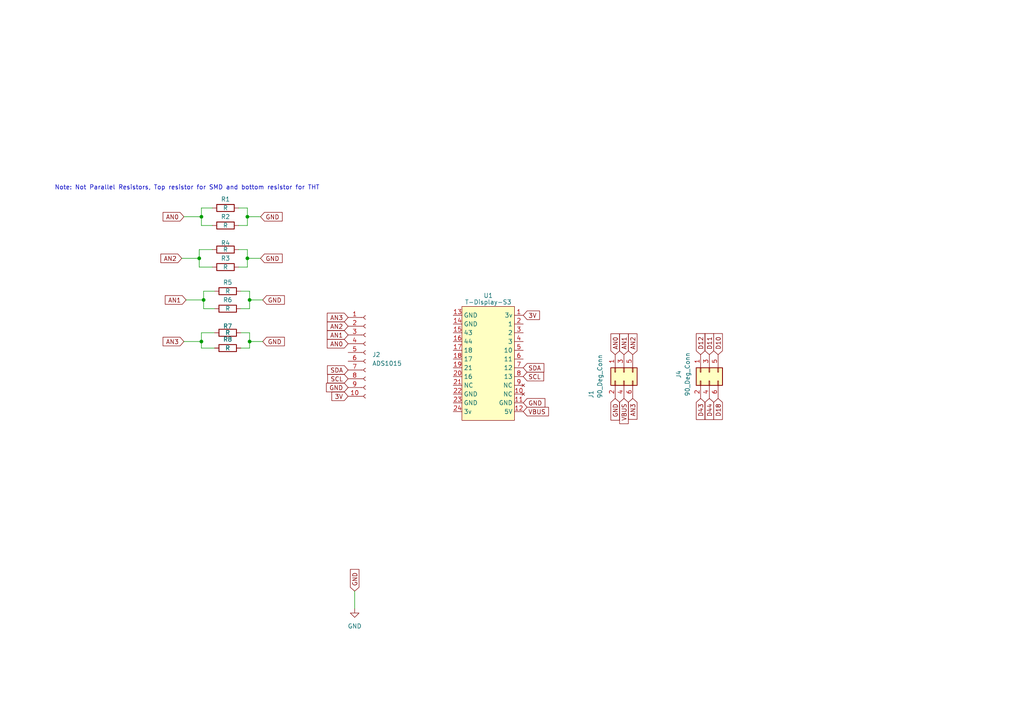
<source format=kicad_sch>
(kicad_sch (version 20230121) (generator eeschema)
  (paper "A4")
  (title_block (title "Top_Board") (date "2023-11-27") (rev "0"))
  (lib_symbols
    (symbol "Connector:Conn_01x10_Socket" (pin_names (offset 1.016) hide)
      (property "Reference" "J" (at 0 12.7 0))
      (property "Value" "Conn_01x10_Socket" (at 0 -15.24 0))
      (symbol "Conn_01x10_Socket_1_1"
        (arc (start 0 -12.192) (mid -0.5058 -12.7) (end 0 -13.208) (stroke (width 0.1524)))
        (arc (start 0 -9.652) (mid -0.5058 -10.16) (end 0 -10.668) (stroke (width 0.1524)))
        (arc (start 0 -7.112) (mid -0.5058 -7.62) (end 0 -8.128) (stroke (width 0.1524)))
        (arc (start 0 -4.572) (mid -0.5058 -5.08) (end 0 -5.588) (stroke (width 0.1524)))
        (arc (start 0 -2.032) (mid -0.5058 -2.54) (end 0 -3.048) (stroke (width 0.1524)))
        (polyline (pts (xy -1.27 -12.7) (xy -0.508 -12.7)) (stroke (width 0.1524)))
        (polyline (pts (xy -1.27 -10.16) (xy -0.508 -10.16)) (stroke (width 0.1524)))
        (polyline (pts (xy -1.27 -7.62) (xy -0.508 -7.62)) (stroke (width 0.1524)))
        (polyline (pts (xy -1.27 -5.08) (xy -0.508 -5.08)) (stroke (width 0.1524)))
        (polyline (pts (xy -1.27 -2.54) (xy -0.508 -2.54)) (stroke (width 0.1524)))
        (polyline (pts (xy -1.27 0) (xy -0.508 0)) (stroke (width 0.1524)))
        (polyline (pts (xy -1.27 2.54) (xy -0.508 2.54)) (stroke (width 0.1524)))
        (polyline (pts (xy -1.27 5.08) (xy -0.508 5.08)) (stroke (width 0.1524)))
        (polyline (pts (xy -1.27 7.62) (xy -0.508 7.62)) (stroke (width 0.1524)))
        (polyline (pts (xy -1.27 10.16) (xy -0.508 10.16)) (stroke (width 0.1524)))
        (arc (start 0 0.508) (mid -0.5058 0) (end 0 -0.508) (stroke (width 0.1524)))
        (arc (start 0 3.048) (mid -0.5058 2.54) (end 0 2.032) (stroke (width 0.1524)))
        (arc (start 0 5.588) (mid -0.5058 5.08) (end 0 4.572) (stroke (width 0.1524)))
        (arc (start 0 8.128) (mid -0.5058 7.62) (end 0 7.112) (stroke (width 0.1524)))
        (arc (start 0 10.668) (mid -0.5058 10.16) (end 0 9.652) (stroke (width 0.1524)))
        (pin passive line (at -5.08 10.16 0) (length 3.81) (name "Pin_1") (number "1"))
        (pin passive line (at -5.08 -12.7 0) (length 3.81) (name "Pin_10") (number "10"))
        (pin passive line (at -5.08 7.62 0) (length 3.81) (name "Pin_2") (number "2"))
        (pin passive line (at -5.08 5.08 0) (length 3.81) (name "Pin_3") (number "3"))
        (pin passive line (at -5.08 2.54 0) (length 3.81) (name "Pin_4") (number "4"))
        (pin passive line (at -5.08 0 0) (length 3.81) (name "Pin_5") (number "5"))
        (pin passive line (at -5.08 -2.54 0) (length 3.81) (name "Pin_6") (number "6"))
        (pin passive line (at -5.08 -5.08 0) (length 3.81) (name "Pin_7") (number "7"))
        (pin passive line (at -5.08 -7.62 0) (length 3.81) (name "Pin_8") (number "8"))
        (pin passive line (at -5.08 -10.16 0) (length 3.81) (name "Pin_9") (number "9"))
      )
    )
    (symbol "Connector_Generic:Conn_02x03_Odd_Even" (pin_names (offset 1.016) hide)
      (property "Reference" "J" (at 1.27 5.08 0))
      (property "Value" "Conn_02x03_Odd_Even" (at 1.27 -5.08 0))
      (symbol "Conn_02x03_Odd_Even_1_1"
        (rectangle (start -1.27 -2.413) (end 0 -2.667) (stroke (width 0.1524)))
        (rectangle (start -1.27 0.127) (end 0 -0.127) (stroke (width 0.1524)))
        (rectangle (start -1.27 2.667) (end 0 2.413) (stroke (width 0.1524)))
        (rectangle (start -1.27 3.81) (end 3.81 -3.81) (stroke (width 0.254)) (fill (type background)))
        (rectangle (start 3.81 -2.413) (end 2.54 -2.667) (stroke (width 0.1524)))
        (rectangle (start 3.81 0.127) (end 2.54 -0.127) (stroke (width 0.1524)))
        (rectangle (start 3.81 2.667) (end 2.54 2.413) (stroke (width 0.1524)))
        (pin passive line (at -5.08 2.54 0) (length 3.81) (name "Pin_1") (number "1"))
        (pin passive line (at 7.62 2.54 180) (length 3.81) (name "Pin_2") (number "2"))
        (pin passive line (at -5.08 0 0) (length 3.81) (name "Pin_3") (number "3"))
        (pin passive line (at 7.62 0 180) (length 3.81) (name "Pin_4") (number "4"))
        (pin passive line (at -5.08 -2.54 0) (length 3.81) (name "Pin_5") (number "5"))
        (pin passive line (at 7.62 -2.54 180) (length 3.81) (name "Pin_6") (number "6"))
      )
    )
    (symbol "Device:R" (pin_numbers hide) (pin_names (offset 0))
      (property "Reference" "R" (at 2.032 0 90))
      (property "Value" "R" (at 0 0 90))
      (symbol "R_0_1"
        (rectangle (start -1.016 -2.54) (end 1.016 2.54) (stroke (width 0.254)))
      )
      (symbol "R_1_1"
        (pin passive line (at 0 3.81 270) (length 1.27) (name "~") (number "1"))
        (pin passive line (at 0 -3.81 90) (length 1.27) (name "~") (number "2"))
      )
    )
    (symbol "Voltage_Sensor_Timer:T-Display-S3"
      (property "Reference" "U" (at -16.51 -2.54 0))
      (property "Value" "T-Display-S3" (at -11.43 -5.08 0))
      (symbol "T-Display-S3_0_1"
        (rectangle (start -15.24 33.02) (end 0 0) (fill (type background)))
      )
      (symbol "T-Display-S3_1_1"
        (pin power_in line (at 2.54 30.48 180) (length 2.54) (name "3v") (number "1"))
        (pin no_connect line (at 2.54 7.62 180) (length 2.54) (name "NC") (number "10"))
        (pin power_in line (at 2.54 5.08 180) (length 2.54) (name "GND") (number "11"))
        (pin power_in line (at 2.54 2.54 180) (length 2.54) (name "5V") (number "12"))
        (pin power_in line (at -17.78 30.48 0) (length 2.54) (name "GND") (number "13"))
        (pin power_in line (at -17.78 27.94 0) (length 2.54) (name "GND") (number "14"))
        (pin bidirectional line (at -17.78 25.4 0) (length 2.54) (name "43") (number "15"))
        (pin bidirectional line (at -17.78 22.86 0) (length 2.54) (name "44") (number "16"))
        (pin bidirectional line (at -17.78 20.32 0) (length 2.54) (name "18") (number "17"))
        (pin bidirectional line (at -17.78 17.78 0) (length 2.54) (name "17") (number "18"))
        (pin bidirectional line (at -17.78 15.24 0) (length 2.54) (name "21") (number "19"))
        (pin bidirectional line (at 2.54 27.94 180) (length 2.54) (name "1") (number "2"))
        (pin bidirectional line (at -17.78 12.7 0) (length 2.54) (name "16") (number "20"))
        (pin bidirectional line (at -17.78 10.16 0) (length 2.54) (name "NC") (number "21"))
        (pin power_in line (at -17.78 7.62 0) (length 2.54) (name "GND") (number "22"))
        (pin power_in line (at -17.78 5.08 0) (length 2.54) (name "GND") (number "23"))
        (pin power_in line (at -17.78 2.54 0) (length 2.54) (name "3v") (number "24"))
        (pin bidirectional line (at 2.54 25.4 180) (length 2.54) (name "2") (number "3"))
        (pin bidirectional line (at 2.54 22.86 180) (length 2.54) (name "3") (number "4"))
        (pin bidirectional line (at 2.54 20.32 180) (length 2.54) (name "10") (number "5"))
        (pin bidirectional line (at 2.54 17.78 180) (length 2.54) (name "11") (number "6"))
        (pin bidirectional line (at 2.54 15.24 180) (length 2.54) (name "12") (number "7"))
        (pin bidirectional line (at 2.54 12.7 180) (length 2.54) (name "13") (number "8"))
        (pin no_connect line (at 2.54 10.16 180) (length 2.54) (name "NC") (number "9"))
      )
    )
    (symbol "power:GND" (power) (pin_names (offset 0))
      (property "Value" "GND" (at 0 -3.81 0))
      (symbol "GND_0_1"
        (polyline (pts (xy 0 0) (xy 0 -1.27) (xy 1.27 -1.27) (xy 0 -2.54) (xy -1.27 -1.27) (xy 0 -1.27)))
      )
      (symbol "GND_1_1"
        (pin power_in line (at 0 0 270) (length 0) hide (name "GND") (number "1"))
      )
    )
  )
  (junction (at 59.055 86.995))
  (junction (at 71.755 62.865))
  (junction (at 72.39 86.995))
  (junction (at 58.42 99.06))
  (junction (at 57.785 74.93))
  (junction (at 58.42 62.865))
  (junction (at 71.755 74.93))
  (junction (at 72.39 99.06))
  (wire (pts (xy 58.42 62.865) (xy 58.42 65.405)))
  (wire (pts (xy 102.87 171.45) (xy 102.87 176.53)))
  (wire (pts (xy 58.42 60.325) (xy 58.42 62.865)))
  (wire (pts (xy 57.785 74.93) (xy 57.785 72.39)))
  (wire (pts (xy 59.055 84.455) (xy 59.055 86.995)))
  (wire (pts (xy 72.39 96.52) (xy 72.39 99.06)))
  (wire (pts (xy 71.755 72.39) (xy 71.755 74.93)))
  (wire (pts (xy 69.85 89.535) (xy 72.39 89.535)))
  (wire (pts (xy 72.39 86.995) (xy 72.39 89.535)))
  (wire (pts (xy 61.595 77.47) (xy 57.785 77.47)))
  (wire (pts (xy 76.2 99.06) (xy 72.39 99.06)))
  (wire (pts (xy 71.755 74.93) (xy 71.755 77.47)))
  (wire (pts (xy 69.215 72.39) (xy 71.755 72.39)))
  (wire (pts (xy 58.42 99.06) (xy 58.42 96.52)))
  (wire (pts (xy 69.215 65.405) (xy 71.755 65.405)))
  (wire (pts (xy 58.42 96.52) (xy 62.23 96.52)))
  (wire (pts (xy 57.785 74.93) (xy 57.785 77.47)))
  (wire (pts (xy 72.39 99.06) (xy 72.39 100.965)))
  (wire (pts (xy 62.23 84.455) (xy 59.055 84.455)))
  (wire (pts (xy 53.34 62.865) (xy 58.42 62.865)))
  (wire (pts (xy 69.85 100.965) (xy 72.39 100.965)))
  (wire (pts (xy 52.705 74.93) (xy 57.785 74.93)))
  (wire (pts (xy 58.42 65.405) (xy 61.595 65.405)))
  (wire (pts (xy 75.565 74.93) (xy 71.755 74.93)))
  (wire (pts (xy 62.23 100.965) (xy 58.42 100.965)))
  (wire (pts (xy 61.595 60.325) (xy 58.42 60.325)))
  (wire (pts (xy 59.055 86.995) (xy 59.055 89.535)))
  (wire (pts (xy 59.055 89.535) (xy 62.23 89.535)))
  (wire (pts (xy 57.785 72.39) (xy 61.595 72.39)))
  (wire (pts (xy 53.975 86.995) (xy 59.055 86.995)))
  (wire (pts (xy 69.215 60.325) (xy 71.755 60.325)))
  (wire (pts (xy 71.755 62.865) (xy 75.565 62.865)))
  (wire (pts (xy 69.85 96.52) (xy 72.39 96.52)))
  (wire (pts (xy 72.39 84.455) (xy 72.39 86.995)))
  (wire (pts (xy 71.755 60.325) (xy 71.755 62.865)))
  (wire (pts (xy 69.215 77.47) (xy 71.755 77.47)))
  (wire (pts (xy 72.39 86.995) (xy 76.2 86.995)))
  (wire (pts (xy 58.42 99.06) (xy 58.42 100.965)))
  (wire (pts (xy 71.755 62.865) (xy 71.755 65.405)))
  (wire (pts (xy 53.34 99.06) (xy 58.42 99.06)))
  (wire (pts (xy 69.85 84.455) (xy 72.39 84.455)))
  (text "Note: Not Parallel Resistors, Top resistor for SMD and bottom resistor for THT" (at 92.71 55.245 0) (effects (font (size 1.27 1.27)) (justify right bottom)))
  (global_label "AN3" (shape input) (at 53.34 99.06 180) (property "Intersheetrefs" "${INTERSHEET_REFS}" (effects hide)))
  (global_label "GND" (shape input) (at 75.565 74.93 0) (property "Intersheetrefs" "${INTERSHEET_REFS}" (effects hide)))
  (global_label "AN0" (shape input) (at 100.965 99.695 180) (property "Intersheetrefs" "${INTERSHEET_REFS}" (effects hide)))
  (global_label "3V" (shape input) (at 100.965 114.935 180) (property "Intersheetrefs" "${INTERSHEET_REFS}" (effects hide)))
  (global_label "AN1" (shape input) (at 180.975 102.87 90) (property "Intersheetrefs" "${INTERSHEET_REFS}" (effects hide)))
  (global_label "3V" (shape input) (at 151.765 91.44 0) (property "Intersheetrefs" "${INTERSHEET_REFS}" (effects hide)))
  (global_label "D18" (shape input) (at 208.28 115.57 270) (property "Intersheetrefs" "${INTERSHEET_REFS}" (effects hide)))
  (global_label "SCL" (shape input) (at 151.765 109.22 0) (property "Intersheetrefs" "${INTERSHEET_REFS}" (effects hide)))
  (global_label "SDA" (shape input) (at 100.965 107.315 180) (property "Intersheetrefs" "${INTERSHEET_REFS}" (effects hide)))
  (global_label "AN3" (shape input) (at 183.515 115.57 270) (property "Intersheetrefs" "${INTERSHEET_REFS}" (effects hide)))
  (global_label "GND" (shape input) (at 100.965 112.395 180) (property "Intersheetrefs" "${INTERSHEET_REFS}" (effects hide)))
  (global_label "GND" (shape input) (at 76.2 86.995 0) (property "Intersheetrefs" "${INTERSHEET_REFS}" (effects hide)))
  (global_label "AN2" (shape input) (at 100.965 94.615 180) (property "Intersheetrefs" "${INTERSHEET_REFS}" (effects hide)))
  (global_label "AN1" (shape input) (at 53.975 86.995 180) (property "Intersheetrefs" "${INTERSHEET_REFS}" (effects hide)))
  (global_label "SCL" (shape input) (at 100.965 109.855 180) (property "Intersheetrefs" "${INTERSHEET_REFS}" (effects hide)))
  (global_label "GND" (shape input) (at 75.565 62.865 0) (property "Intersheetrefs" "${INTERSHEET_REFS}" (effects hide)))
  (global_label "D10" (shape input) (at 208.28 102.87 90) (property "Intersheetrefs" "${INTERSHEET_REFS}" (effects hide)))
  (global_label "SDA" (shape input) (at 151.765 106.68 0) (property "Intersheetrefs" "${INTERSHEET_REFS}" (effects hide)))
  (global_label "VBUS" (shape input) (at 151.765 119.38 0) (property "Intersheetrefs" "${INTERSHEET_REFS}" (effects hide)))
  (global_label "D43" (shape input) (at 203.2 115.57 270) (property "Intersheetrefs" "${INTERSHEET_REFS}" (effects hide)))
  (global_label "AN2" (shape input) (at 183.515 102.87 90) (property "Intersheetrefs" "${INTERSHEET_REFS}" (effects hide)))
  (global_label "AN0" (shape input) (at 53.34 62.865 180) (property "Intersheetrefs" "${INTERSHEET_REFS}" (effects hide)))
  (global_label "D12" (shape input) (at 203.2 102.87 90) (property "Intersheetrefs" "${INTERSHEET_REFS}" (effects hide)))
  (global_label "AN1" (shape input) (at 100.965 97.155 180) (property "Intersheetrefs" "${INTERSHEET_REFS}" (effects hide)))
  (global_label "GND" (shape input) (at 102.87 171.45 90) (property "Intersheetrefs" "${INTERSHEET_REFS}" (effects hide)))
  (global_label "VBUS" (shape input) (at 180.975 115.57 270) (property "Intersheetrefs" "${INTERSHEET_REFS}" (effects hide)))
  (global_label "GND" (shape input) (at 76.2 99.06 0) (property "Intersheetrefs" "${INTERSHEET_REFS}" (effects hide)))
  (global_label "AN0" (shape input) (at 178.435 102.87 90) (property "Intersheetrefs" "${INTERSHEET_REFS}" (effects hide)))
  (global_label "GND" (shape input) (at 178.435 115.57 270) (property "Intersheetrefs" "${INTERSHEET_REFS}" (effects hide)))
  (global_label "D44" (shape input) (at 205.74 115.57 270) (property "Intersheetrefs" "${INTERSHEET_REFS}" (effects hide)))
  (global_label "GND" (shape input) (at 151.765 116.84 0) (property "Intersheetrefs" "${INTERSHEET_REFS}" (effects hide)))
  (global_label "AN2" (shape input) (at 52.705 74.93 180) (property "Intersheetrefs" "${INTERSHEET_REFS}" (effects hide)))
  (global_label "D11" (shape input) (at 205.74 102.87 90) (property "Intersheetrefs" "${INTERSHEET_REFS}" (effects hide)))
  (global_label "AN3" (shape input) (at 100.965 92.075 180) (property "Intersheetrefs" "${INTERSHEET_REFS}" (effects hide)))
  (symbol (lib_id "Device:R") (at 65.405 72.39 90) (unit 1)
    (property "Reference" "R4" (at 65.405 70.485 90))
    (property "Value" "R" (at 65.405 72.39 90))
    (property "Footprint" "Resistor_SMD:R_0805_2012Metric" (effects hide))
  )
  (symbol (lib_id "Voltage_Sensor_Timer:T-Display-S3") (at 149.225 121.92 0) (unit 1)
    (property "Reference" "U1" (at 141.605 85.725 0))
    (property "Value" "T-Display-S3" (at 141.605 87.63 0))
    (property "Footprint" "Voltage_Sensor_Timer:T-Display-S3" (effects hide))
  )
  (symbol (lib_id "Device:R") (at 66.04 89.535 90) (unit 1)
    (property "Reference" "R6" (at 66.04 86.995 90))
    (property "Value" "R" (at 66.04 89.535 90))
    (property "Footprint" "Resistor_THT:R_Axial_DIN0411_L9.9mm_D3.6mm_P12.70mm_Horizontal" (effects hide))
  )
  (symbol (lib_id "Device:R") (at 66.04 100.965 90) (unit 1)
    (property "Reference" "R8" (at 66.04 98.425 90))
    (property "Value" "R" (at 66.04 100.965 90))
    (property "Footprint" "Resistor_THT:R_Axial_DIN0411_L9.9mm_D3.6mm_P12.70mm_Horizontal" (effects hide))
  )
  (symbol (lib_id "Device:R") (at 65.405 65.405 90) (unit 1)
    (property "Reference" "R2" (at 65.405 62.865 90))
    (property "Value" "R" (at 65.405 65.405 90))
    (property "Footprint" "Resistor_THT:R_Axial_DIN0411_L9.9mm_D3.6mm_P12.70mm_Horizontal" (effects hide))
  )
  (symbol (lib_id "Device:R") (at 66.04 96.52 90) (unit 1)
    (property "Reference" "R7" (at 66.04 94.615 90))
    (property "Value" "R" (at 66.04 96.52 90))
    (property "Footprint" "Resistor_SMD:R_0805_2012Metric" (effects hide))
  )
  (symbol (lib_id "Device:R") (at 66.04 84.455 90) (unit 1)
    (property "Reference" "R5" (at 66.04 81.915 90))
    (property "Value" "R" (at 66.04 84.455 90))
    (property "Footprint" "Resistor_SMD:R_0805_2012Metric" (effects hide))
  )
  (symbol (lib_id "power:GND") (at 102.87 176.53 0) (unit 1)
    (property "Reference" "#PWR01" (effects hide))
    (property "Value" "GND" (at 102.87 181.61 0))
  )
  (symbol (lib_id "Connector_Generic:Conn_02x03_Odd_Even") (at 205.74 107.95 90) (mirror x) (unit 1)
    (property "Reference" "J4" (at 196.85 108.585 0))
    (property "Value" "90_Deg_Conn" (at 199.39 108.585 0))
    (property "Footprint" "Connector_PinHeader_2.54mm:PinHeader_2x03_P2.54mm_Horizontal" (effects hide))
  )
  (symbol (lib_id "Connector:Conn_01x10_Socket") (at 106.045 102.235 0) (unit 1)
    (property "Reference" "J2" (at 107.95 102.87 0) (effects (justify left)))
    (property "Value" "ADS1015" (at 107.95 105.41 0) (effects (justify left)))
    (property "Footprint" "Voltage_Sensor_Timer:PinSocket_1x10_P2.54mm_Vertical_1" (effects hide))
  )
  (symbol (lib_id "Device:R") (at 65.405 77.47 90) (unit 1)
    (property "Reference" "R3" (at 65.405 74.93 90))
    (property "Value" "R" (at 65.405 77.47 90))
    (property "Footprint" "Resistor_THT:R_Axial_DIN0411_L9.9mm_D3.6mm_P12.70mm_Horizontal" (effects hide))
  )
  (symbol (lib_id "Connector_Generic:Conn_02x03_Odd_Even") (at 180.975 107.95 90) (mirror x) (unit 1)
    (property "Reference" "J1" (at 171.45 115.57 0) (effects (justify right)))
    (property "Value" "90_Deg_Conn" (at 173.99 115.57 0) (effects (justify right)))
    (property "Footprint" "Connector_PinHeader_2.54mm:PinHeader_2x03_P2.54mm_Horizontal" (effects hide))
  )
  (symbol (lib_id "Device:R") (at 65.405 60.325 90) (unit 1)
    (property "Reference" "R1" (at 65.405 57.785 90))
    (property "Value" "R" (at 65.405 60.325 90))
    (property "Footprint" "Resistor_SMD:R_0805_2012Metric" (effects hide))
  )
)
</source>
